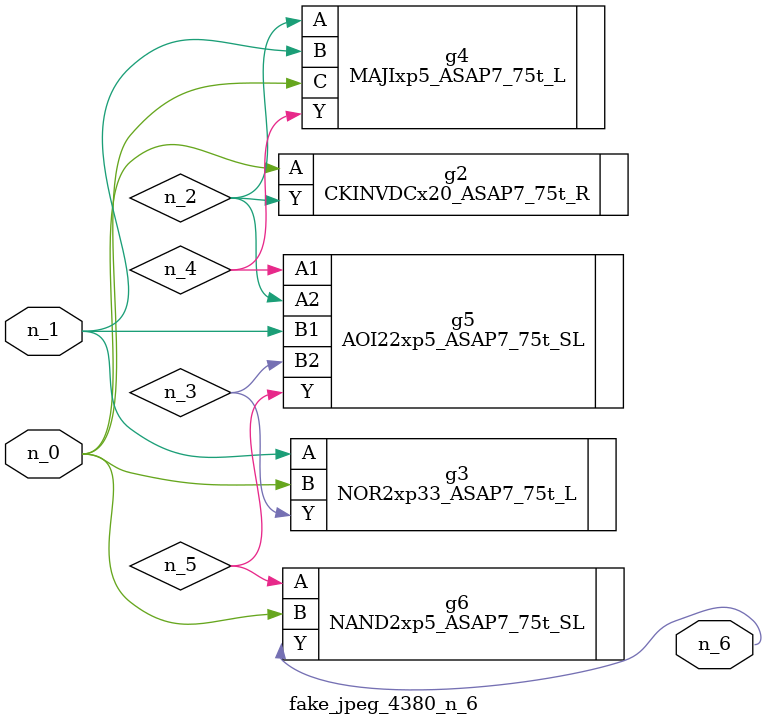
<source format=v>
module fake_jpeg_4380_n_6 (n_0, n_1, n_6);

input n_0;
input n_1;

output n_6;

wire n_3;
wire n_2;
wire n_4;
wire n_5;

CKINVDCx20_ASAP7_75t_R g2 ( 
.A(n_0),
.Y(n_2)
);

NOR2xp33_ASAP7_75t_L g3 ( 
.A(n_1),
.B(n_0),
.Y(n_3)
);

MAJIxp5_ASAP7_75t_L g4 ( 
.A(n_2),
.B(n_1),
.C(n_0),
.Y(n_4)
);

AOI22xp5_ASAP7_75t_SL g5 ( 
.A1(n_4),
.A2(n_2),
.B1(n_1),
.B2(n_3),
.Y(n_5)
);

NAND2xp5_ASAP7_75t_SL g6 ( 
.A(n_5),
.B(n_0),
.Y(n_6)
);


endmodule
</source>
